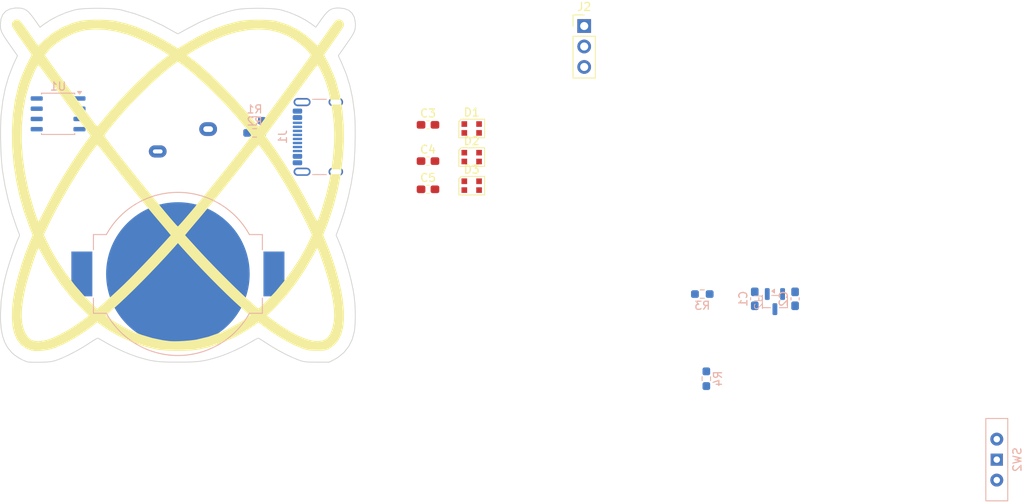
<source format=kicad_pcb>
(kicad_pcb (version 20241229) (generator "pcbnew") (generator_version "9.0")
  (layers (0 "F.Cu" signal) (2 "B.Cu" signal) (13 "F.Paste" user) (15 "B.Paste" user) (5 "F.SilkS" user "F.Silkscreen") (7 "B.SilkS" user "B.Silkscreen") (1 "F.Mask" user) (3 "B.Mask" user) (25 "Edge.Cuts" user))
  (net 0 "")
  (net 1 "GND")
  (net 2 "BAT")
  (net 3 "+5V")
  (net 4 "+3.3V")
  (net 5 "VDD")
  (net 6 "WS2812C")
  (net 7 "Net-(D1-DOUT)")
  (net 8 "Net-(D2-DOUT)")
  (net 10 "D-")
  (net 11 "Net-(J1-CC2)")
  (net 12 "D+")
  (net 13 "Net-(J1-CC1)")
  (net 16 "SWIO")
  (net 17 "DPU")
  (net 18 "KEY")
  (footprint "Library:risaju-cut" (layer "F.Cu") (at 150 113)
    (property "Reference" "G***" (hide yes))
    (property "Value" "LOGO" (hide yes))
    (fp_poly (pts (xy 20.621069 -21.926876) (xy 21.175776 -21.710432) (xy 21.590557 -21.351541) (xy 21.862868 -20.852719) (xy 21.990162 -20.216482) (xy 22 -19.950983) (xy 21.992715 -19.654443) (xy 21.961071 -19.394528) (xy 21.890385 -19.140211) (xy 21.765971 -18.860466) (xy 21.573146 -18.524266) (xy 21.297226 -18.100585) (xy 20.923526 -17.558396) (xy 20.751429 -17.312848) (xy 19.882285 -16.075695) (xy 20.304656 -15.166628) (xy 20.871491 -13.790923) (xy 21.31494 -12.357999) (xy 21.644221 -10.830959) (xy 21.868554 -9.172905) (xy 21.90792 -8.75) (xy 21.953122 -7.996944) (xy 21.976063 -7.098471) (xy 21.977912 -6.107787) (xy 21.959837 -5.078099) (xy 21.923009 -4.062613) (xy 21.868596 -3.114535) (xy 21.797767 -2.28707) (xy 21.758496 -1.95) (xy 21.475451 -0.184987) (xy 21.086529 1.611211) (xy 20.609625 3.365976) (xy 20.062635 5.006689) (xy 20.008071 5.152939) (xy 19.612353 6.203047) (xy 19.843212 6.726523) (xy 20.202783 7.611831) (xy 20.563226 8.626773) (xy 20.909623 9.719075) (xy 21.227058 10.836459) (xy 21.500611 11.92665) (xy 21.715364 12.937373) (xy 21.848241 13.752561) (xy 21.931093 14.568713) (xy 21.978494 15.445613) (xy 21.990315 16.326681) (xy 21.966425 17.155337) (xy 21.906695 17.874999) (xy 21.858463 18.204175) (xy 21.595229 19.159194) (xy 21.17006 20.008058) (xy 20.592566 20.737282) (xy 19.872356 21.333382) (xy 19.45 21.583463) (xy 18.75 21.95) (xy 17.2 21.943462) (xy 16.601532 21.939022) (xy 16.156416 21.927331) (xy 15.818007 21.902099) (xy 15.539659 21.857033) (xy 15.274726 21.785841) (xy 14.976563 21.682232) (xy 14.814809 21.621729) (xy 14.052836 21.301227) (xy 13.200142 20.887097) (xy 12.320242 20.413036) (xy 11.47665 19.912743) (xy 10.954752 19.573801) (xy 10.580096 19.326197) (xy 10.261799 19.127869) (xy 10.038498 19.002162) (xy 9.954752 18.969548) (xy 9.827693 19.019459) (xy 9.574319 19.150865) (xy 9.238586 19.340342) (xy 9.05 19.451677) (xy 8.264468 19.892472) (xy 7.398464 20.327838) (xy 6.514545 20.729199) (xy 5.675268 21.067978) (xy 5.019582 21.292779) (xy 4.344187 21.492144) (xy 3.758477 21.646589) (xy 3.219375 21.761691) (xy 2.683801 21.843024) (xy 2.108677 21.896165) (xy 1.450925 21.926689) (xy 0.667465 21.940171) (xy 0 21.942457) (xy -0.900887 21.937805) (xy -1.64499 21.920135) (xy -2.27539 21.883869) (xy -2.835164 21.823434) (xy -3.367391 21.733251) (xy -3.915151 21.607747) (xy -4.521521 21.441346) (xy -5.019583 21.292779) (xy -5.767107 21.033272) (xy -6.614667 20.685879) (xy -7.499706 20.279176) (xy -8.359667 19.84174) (xy -9.05 19.451677) (xy -9.410793 19.241619) (xy -9.711621 19.077699) (xy -9.90853 18.98334) (xy -9.954753 18.969548) (xy -10.075981 19.021584) (xy -10.322649 19.164637) (xy -10.656121 19.375362) (xy -10.954753 19.573801) (xy -11.734388 20.071221) (xy -12.587919 20.562211) (xy -13.454384 21.014536) (xy -14.272816 21.395961) (xy -14.81481 21.614771) (xy -15.184004 21.744245) (xy -15.502992 21.83367) (xy -15.828054 21.891884) (xy -16.215475 21.927726) (xy -16.721534 21.950034) (xy -17 21.957936) (xy -17.526933 21.965134) (xy -18.005877 21.959933) (xy -18.388842 21.943653) (xy -18.62784 21.917616) (xy -18.65 21.912502) (xy -19.167252 21.717222) (xy -19.729304 21.4143) (xy -20.2557 21.052016) (xy -20.615095 20.733368) (xy -21.090768 20.150025) (xy -21.458156 19.490316) (xy -21.724535 18.730268) (xy -21.897175 17.845907) (xy -21.983352 16.813261) (xy -21.996512 16.180121) (xy -21.909388 14.356852) (xy -21.636255 12.506323) (xy -21.355976 11.272439) (xy -21.165696 10.579507) (xy -20.933154 9.804578) (xy -20.675397 8.998882) (xy -20.409472 8.213646) (xy -20.152427 7.500101) (xy -19.92131 6.909473) (xy -19.843213 6.726523) (xy -19.612354 6.203047) (xy -20.008072 5.152939) (xy -20.560749 3.52673) (xy -21.045028 1.779622) (xy -21.443013 -0.01577) (xy -21.736808 -1.786826) (xy -21.758497 -1.95) (xy -21.836752 -2.701102) (xy -21.899149 -3.598224) (xy -21.94452 -4.58816) (xy -21.971696 -5.617704) (xy -21.979506 -6.63365) (xy -21.966783 -7.582791) (xy -21.932356 -8.411922) (xy -21.907921 -8.75) (xy -21.70748 -10.44511) (xy -21.40431 -12.000323) (xy -20.989193 -13.452535) (xy -20.452909 -14.838644) (xy -20.304657 -15.166628) (xy -19.882286 -16.075695) (xy -20.75143 -17.312848) (xy -21.166488 -17.908677) (xy -21.478134 -18.374113) (xy -21.701054 -18.74017) (xy -21.849932 -19.037865) (xy -21.939453 -19.298215) (xy -21.984301 -19.552235) (xy -21.999162 -19.830942) (xy -22 -19.95) (xy -21.926207 -20.636018) (xy -21.706525 -21.185475) (xy -21.343504 -21.595849) (xy -20.839691 -21.864617) (xy -20.197637 -21.989259) (xy -19.929966 -21.998355) (xy -19.472465 -21.973409) (xy -19.095329 -21.885058) (xy -18.762187 -21.709335) (xy -18.436667 -21.422272) (xy -18.0824 -20.999901) (xy -17.774659 -20.578075) (xy -17.091261 -19.607992) (xy -16.640963 -19.951713) (xy -15.826692 -20.494823) (xy -14.879333 -20.995656) (xy -13.865497 -21.422877) (xy -12.851798 -21.745151) (xy -12.8 -21.758538) (xy -12.3391 -21.841847) (xy -11.724411 -21.903361) (xy -11.000956 -21.943054) (xy -10.21376 -21.960904) (xy -9.407844 -21.956887) (xy -8.628232 -21.930978) (xy -7.919947 -21.883155) (xy -7.328012 -21.813393) (xy -7.05 -21.761577) (xy -5.332422 -21.285241) (xy -3.595224 -20.632493) (xy -1.876313 -19.818471) (xy -1.060112 -19.369865) (xy -0.661196 -19.143559) (xy -0.326245 -18.959812) (xy -0.092685 -18.838744) (xy 0 -18.8) (xy 0.109763 -18.847136) (xy 0.354735 -18.975128) (xy 0.697489 -19.163858) (xy 1.060111 -19.369865) (xy 2.756486 -20.256692) (xy 4.489545 -20.989589) (xy 6.221379 -21.55342) (xy 7.05 -21.761577) (xy 7.551542 -21.844378) (xy 8.196169 -21.905225) (xy 8.938857 -21.944144) (xy 9.734583 -21.961157) (xy 10.538325 -21.956289) (xy 11.305059 -21.929563) (xy 11.989762 -21.881004) (xy 12.547411 -21.810634) (xy 12.8 -21.758538) (xy 13.811858 -21.44262) (xy 14.827338 -21.020115) (xy 15.779829 -20.522357) (xy 16.602717 -19.980682) (xy 16.640962 -19.951713) (xy 17.09126 -19.607992) (xy 17.774658 -20.578075) (xy 18.174638 -21.118201) (xy 18.518496 -21.504953) (xy 18.842583 -21.762294) (xy 19.183247 -21.914189) (xy 19.576839 -21.984602) (xy 19.928983 -21.998355)) (stroke (width 0.1)) (fill no) (layer "Edge.Cuts"))
  )
  (footprint "LED_SMD:LED_WS2812B-2020_PLCC4_2.0x2.0mm" (layer "F.Cu") (at 186.415 109.5)
    (property "Reference" "D2" (at 0 -2 0) (layer "F.SilkS"))
    (property "Value" "WS2812B-2020")
    (fp_line (start -1.6 1.15) (end -1.6 -0.85) (stroke (width 0.12)) (layer "F.SilkS"))
    (fp_line (start -1.6 1.15) (end 1.6 1.15) (stroke (width 0.12)) (layer "F.SilkS"))
    (fp_line (start -1.3 -1.15) (end -1.6 -0.85) (stroke (width 0.12)) (layer "F.SilkS"))
    (fp_line (start -1.3 -1.15) (end 1.6 -1.15) (stroke (width 0.12)) (layer "F.SilkS"))
    (fp_line (start 1.6 -1.15) (end 1.6 1.15) (stroke (width 0.12)) (layer "F.SilkS"))
    (pad "1" smd rect (at -0.915 -0.55) (size 0.7 0.7) (layers "F.Cu" "F.Mask" "F.Paste") (net 8 "Net-(D2-DOUT)"))
    (pad "2" smd rect (at -0.915 0.55) (size 0.7 0.7) (layers "F.Cu" "F.Mask" "F.Paste") (net 1 "GND"))
    (pad "3" smd rect (at 0.915 0.55) (size 0.7 0.7) (layers "F.Cu" "F.Mask" "F.Paste") (net 7 "Net-(D1-DOUT)"))
    (pad "4" smd rect (at 0.915 -0.55) (size 0.7 0.7) (layers "F.Cu" "F.Mask" "F.Paste") (net 5 "VDD"))
  )
  (footprint "Capacitor_SMD:C_0603_1608Metric_Pad1.08x0.95mm_HandSolder" (layer "F.Cu") (at 181 110)
    (property "Reference" "C4" (at 0 -1.43 0) (layer "F.SilkS"))
    (property "Value" "100n")
    (fp_line (start -0.146267 -0.51) (end 0.146267 -0.51) (stroke (width 0.12)) (layer "F.SilkS"))
    (fp_line (start -0.146267 0.51) (end 0.146267 0.51) (stroke (width 0.12)) (layer "F.SilkS"))
    (pad "1" smd roundrect (at -0.8625 0) (size 1.075 0.95) (layers "F.Cu" "F.Mask" "F.Paste") (net 5 "VDD"))
    (pad "2" smd roundrect (at 0.8625 0) (size 1.075 0.95) (layers "F.Cu" "F.Mask" "F.Paste") (net 1 "GND"))
  )
  (footprint "LED_SMD:LED_WS2812B-2020_PLCC4_2.0x2.0mm" (layer "F.Cu") (at 186.415 105.95)
    (property "Reference" "D1" (at 0 -2 0) (layer "F.SilkS"))
    (property "Value" "WS2812B-2020")
    (fp_line (start -1.6 1.15) (end -1.6 -0.85) (stroke (width 0.12)) (layer "F.SilkS"))
    (fp_line (start -1.6 1.15) (end 1.6 1.15) (stroke (width 0.12)) (layer "F.SilkS"))
    (fp_line (start -1.3 -1.15) (end -1.6 -0.85) (stroke (width 0.12)) (layer "F.SilkS"))
    (fp_line (start -1.3 -1.15) (end 1.6 -1.15) (stroke (width 0.12)) (layer "F.SilkS"))
    (fp_line (start 1.6 -1.15) (end 1.6 1.15) (stroke (width 0.12)) (layer "F.SilkS"))
    (pad "1" smd rect (at -0.915 -0.55) (size 0.7 0.7) (layers "F.Cu" "F.Mask" "F.Paste") (net 7 "Net-(D1-DOUT)"))
    (pad "2" smd rect (at -0.915 0.55) (size 0.7 0.7) (layers "F.Cu" "F.Mask" "F.Paste") (net 1 "GND"))
    (pad "3" smd rect (at 0.915 0.55) (size 0.7 0.7) (layers "F.Cu" "F.Mask" "F.Paste") (net 6 "WS2812C"))
    (pad "4" smd rect (at 0.915 -0.55) (size 0.7 0.7) (layers "F.Cu" "F.Mask" "F.Paste") (net 5 "VDD"))
  )
  (footprint "Connector_PinHeader_2.54mm:PinHeader_1x03_P2.54mm_Vertical" (layer "F.Cu") (at 200.36 93.24)
    (property "Reference" "J2" (at 0 -2.38 0) (layer "F.SilkS"))
    (property "Value" "Conn_01x03_Pin")
    (fp_line (start -1.38 -1.38) (end 0 -1.38) (stroke (width 0.12)) (layer "F.SilkS"))
    (fp_line (start -1.38 0) (end -1.38 -1.38) (stroke (width 0.12)) (layer "F.SilkS"))
    (fp_line (start -1.38 1.27) (end -1.38 6.46) (stroke (width 0.12)) (layer "F.SilkS"))
    (fp_line (start -1.38 1.27) (end 1.38 1.27) (stroke (width 0.12)) (layer "F.SilkS"))
    (fp_line (start -1.38 6.46) (end 1.38 6.46) (stroke (width 0.12)) (layer "F.SilkS"))
    (fp_line (start 1.38 1.27) (end 1.38 6.46) (stroke (width 0.12)) (layer "F.SilkS"))
    (pad "1" thru_hole rect (at 0 0) (size 1.7 1.7) (drill 1) (layers "*.Cu" "*.Mask") (net 1 "GND"))
    (pad "2" thru_hole circle (at 0 2.54) (size 1.7 1.7) (drill 1) (layers "*.Cu" "*.Mask") (net 5 "VDD"))
    (pad "3" thru_hole circle (at 0 5.08) (size 1.7 1.7) (drill 1) (layers "*.Cu" "*.Mask") (net 16 "SWIO"))
  )
  (footprint "Library:risaju" (layer "F.Cu") (at 150 113)
    (property "Reference" "G***" (hide yes))
    (property "Value" "LOGO" (hide yes))
    (fp_poly (pts (xy -19.780732 -20.566649) (xy -19.605123 -20.445872) (xy -19.336199 -20.148312) (xy -18.974025 -19.674047) (xy -18.698358 -19.285071) (xy -18.373715 -18.818197) (xy -18.066345 -18.378093) (xy -17.805262 -18.006173) (xy -17.619481 -17.743848) (xy -17.580098 -17.689017) (xy -17.310195 -17.315806) (xy -16.630098 -17.974729) (xy -15.590774 -18.84364) (xy -14.434753 -19.552851) (xy -13.174009 -20.09577) (xy -12.3 -20.357389) (xy -11.760652 -20.453912) (xy -11.079255 -20.517519) (xy -10.311037 -20.548191) (xy -9.511227 -20.545913) (xy -8.735051 -20.510666) (xy -8.037738 -20.442434) (xy -7.55 -20.358873) (xy -6.252737 -20.025849) (xy -5.00456 -19.609704) (xy -3.764079 -19.092865) (xy -2.489903 -18.457762) (xy -1.140644 -17.686824) (xy -0.875001 -17.525148) (xy -0.000001 -16.987888) (xy 0.874999 -17.525148) (xy 2.243013 -18.323609) (xy 3.528155 -18.982929) (xy 4.771815 -19.520678) (xy 6.015383 -19.954428) (xy 7.300249 -20.301749) (xy 7.55 -20.358873) (xy 8.13738 -20.455044) (xy 8.850377 -20.518215) (xy 9.633765 -20.548403) (xy 10.432315 -20.545625) (xy 11.1908 -20.509899) (xy 11.853992 -20.441242) (xy 12.3 -20.357389) (xy 13.62266 -19.926605) (xy 14.848418 -19.325229) (xy 15.965297 -18.559848) (xy 16.630097 -17.974729) (xy 17.310194 -17.315806) (xy 17.580097 -17.689017) (xy 17.735098 -17.906722) (xy 17.974849 -18.247507) (xy 18.270335 -18.669958) (xy 18.59254 -19.132663) (xy 18.698357 -19.285071) (xy 19.119173 -19.870488) (xy 19.446782 -20.279249) (xy 19.681118 -20.511276) (xy 19.780731 -20.566649) (xy 20.116796 -20.564702) (xy 20.387132 -20.410962) (xy 20.553421 -20.151751) (xy 20.577343 -19.833387) (xy 20.524466 -19.667626) (xy 20.437322 -19.520796) (xy 20.253917 -19.239801) (xy 19.993757 -18.853563) (xy 19.676351 -18.391005) (xy 19.321205 -17.881048) (xy 19.276267 -17.81703) (xy 18.128986 -16.184059) (xy 18.71169 -15.035206) (xy 18.982478 -14.466651) (xy 19.257687 -13.83033) (xy 19.500426 -13.21442) (xy 19.639223 -12.818177) (xy 20.086033 -11.146043) (xy 20.390235 -9.357762) (xy 20.553385 -7.475815) (xy 20.577038 -5.522678) (xy 20.462752 -3.52083) (xy 20.212081 -1.492749) (xy 19.826581 0.539086) (xy 19.30781 2.552197) (xy 18.657322 4.524105) (xy 18.390487 5.221379) (xy 18.004486 6.192758) (xy 18.34268 6.982898) (xy 18.800306 8.127141) (xy 19.23248 9.3515) (xy 19.625026 10.607033) (xy 19.963768 11.844799) (xy 20.234531 13.015856) (xy 20.423139 14.071261) (xy 20.448241 14.252561) (xy 20.572199 15.552937) (xy 20.580671 16.694906) (xy 20.471893 17.684583) (xy 20.244102 18.528079) (xy 19.895533 19.231511) (xy 19.424424 19.80099) (xy 18.82901 20.242631) (xy 18.7 20.313476) (xy 18.467158 20.422219) (xy 18.236171 20.490698) (xy 17.952406 20.52712) (xy 17.56123 20.539687) (xy 17.2 20.538739) (xy 16.676758 20.526057) (xy 16.276748 20.490676) (xy 15.923434 20.419552) (xy 15.54028 20.299639) (xy 15.31312 20.217132) (xy 14.424216 19.838621) (xy 13.450978 19.341176) (xy 12.443398 18.754042) (xy 11.451465 18.106461) (xy 10.525174 17.427677) (xy 10.468311 17.38308) (xy 9.986622 17.003621) (xy 9.468311 17.393318) (xy 8.264931 18.198526) (xy 6.91701 18.922896) (xy 5.470591 19.546227) (xy 3.971717 20.048317) (xy 2.7 20.362795) (xy 2.129148 20.448332) (xy 1.413391 20.507285) (xy 0.60605 20.539654) (xy -0.239556 20.54544) (xy -1.070106 20.524642) (xy -1.832279 20.47726) (xy -2.472756 20.403294) (xy -2.7 20.362795) (xy -4.207317 19.978734) (xy -5.701034 19.456385) (xy -7.135109 18.815949) (xy -8.463497 18.077628) (xy -9.468312 17.393318) (xy -9.986623 17.003621) (xy -10.468312 17.38308) (xy -11.361234 18.043803) (xy -12.319593 18.677172) (xy -13.295564 19.255238) (xy -14.241326 19.75005) (xy -15.109056 20.133659) (xy -15.295404 20.204257) (xy -15.862033 20.371782) (xy -16.489785 20.493524) (xy -17.117647 20.562886) (xy -17.684611 20.573274) (xy -18.129665 20.518091) (xy -18.15 20.512861) (xy -18.867267 20.227858) (xy -19.459572 19.788725) (xy -19.92707 19.195038) (xy -20.269919 18.446374) (xy -20.488272 17.542309) (xy -20.582286 16.482418) (xy -20.576825 16.262303) (xy -19.358708 16.262303) (xy -19.289358 17.106718) (xy -19.114372 17.835608) (xy -18.923447 18.295532) (xy -18.620163 18.779516) (xy -18.259415 19.11146) (xy -17.819534 19.297797) (xy -17.278854 19.344958) (xy -16.615704 19.259377) (xy -16.10085 19.133422) (xy -15.475631 18.91214) (xy -14.740939 18.573047) (xy -13.932221 18.136164) (xy -13.084926 17.621512) (xy -12.234502 17.049112) (xy -11.648271 16.618654) (xy -11.046542 16.159822) (xy -11.061737 16.145234) (xy -8.917047 16.145234) (xy -8.633524 16.376594) (xy -8.282052 16.632643) (xy -7.797999 16.943049) (xy -7.230705 17.27908) (xy -6.629509 17.612002) (xy -6.043754 17.913081) (xy -5.774167 18.041738) (xy -4.526012 18.543667) (xy -3.189827 18.946125) (xy -1.845495 19.227463) (xy -1 19.3356) (xy -0.525626 19.355449) (xy 0.080606 19.346566) (xy 0.753235 19.312855) (xy 1.4268 19.258222) (xy 2.03584 19.186572) (xy 2.35 19.13575) (xy 3.81118 18.780193) (xy 5.250203 18.270717) (xy 5.774166 18.041738) (xy 6.333956 17.767114) (xy 6.93366 17.446396) (xy 7.523937 17.108315) (xy 8.055447 16.781607) (xy 8.478849 16.495005) (xy 8.633523 16.376594) (xy 8.892126 16.165569) (xy 11.040555 16.165569) (xy 11.765176 16.704581) (xy 12.89114 17.497531) (xy 13.949317 18.152876) (xy 14.931369 18.667449) (xy 15.828959 19.038085) (xy 16.633748 19.261616) (xy 17.3374 19.334878) (xy 17.931576 19.254702) (xy 18.200236 19.148413) (xy 18.606307 18.828988) (xy 18.930955 18.327439) (xy 19.174308 17.643511) (xy 19.311586 16.957916) (xy 19.366124 16.161567) (xy 19.319413 15.212965) (xy 19.174593 14.130453) (xy 18.934807 12.932372) (xy 18.603196 11.637064) (xy 18.182902 10.26287) (xy 18.145516 10.15) (xy 17.955404 9.585321) (xy 17.774193 9.058077) (xy 17.61658 8.61023) (xy 17.497263 8.283747) (xy 17.447995 8.158369) (xy 17.283418 7.766738) (xy 16.857433 8.563998) (xy 15.759556 10.46925) (xy 14.588463 12.215298) (xy 13.352335 13.790975) (xy 12.059355 15.185115) (xy 11.873647 15.365767) (xy 11.040555 16.165569) (xy 8.892126 16.165569) (xy 8.917046 16.145234) (xy 7.764149 15.121151) (xy 6.954744 14.382125) (xy 6.047397 13.518483) (xy 5.071364 12.559953) (xy 4.055896 11.536264) (xy 3.030246 10.477143) (xy 2.023668 9.412318) (xy 1.065416 8.371517) (xy 0.475 7.713709) (xy 0 7.178369) (xy -0.475 7.713709) (xy -1.385462 8.722461) (xy -2.36351 9.77481) (xy -3.379892 10.84103) (xy -4.405353 11.891392) (xy -5.410641 12.896168) (xy -6.366504 13.825631) (xy -7.243687 14.650052) (xy -7.76415 15.121151) (xy -8.917047 16.145234) (xy -11.061737 16.145234) (xy -11.876641 15.362894) (xy -13.171348 14.001169) (xy -14.41164 12.456499) (xy -15.588918 10.74062) (xy -16.694585 8.865266) (xy -16.857434 8.563998) (xy -17.283419 7.766738) (xy -17.447996 8.158369) (xy -17.622295 8.607819) (xy -17.831691 9.201842) (xy -18.060849 9.891476) (xy -18.29443 10.627757) (xy -18.5171 11.361721) (xy -18.713521 12.044406) (xy -18.868357 12.626849) (xy -18.933189 12.9) (xy -19.180599 14.172534) (xy -19.322447 15.288772) (xy -19.358708 16.262303) (xy -20.576825 16.262303) (xy -20.552116 15.266279) (xy -20.448242 14.252561) (xy -20.27664 13.22433) (xy -20.020223 12.071257) (xy -19.693165 10.842285) (xy -19.309641 9.586356) (xy -18.883827 8.352411) (xy -18.429899 7.189392) (xy -18.342681 6.982898) (xy -18.004487 6.192758) (xy -18.024438 6.142552) (xy -16.609995 6.142552) (xy -16.289428 6.846276) (xy -15.592949 8.22533) (xy -14.750646 9.642487) (xy -13.79686 11.049013) (xy -12.765934 12.396177) (xy -11.692209 13.635244) (xy -11.010993 14.336706) (xy -10.004185 15.323413) (xy -9.387147 14.788864) (xy -9.106302 14.54089) (xy -8.717961 14.19152) (xy -8.260792 13.775873) (xy -7.773465 13.329065) (xy -7.410055 12.993351) (xy -6.744057 12.359987) (xy -5.975243 11.601364) (xy -5.130097 10.744804) (xy -4.235103 9.81763) (xy -3.316744 8.847166) (xy -2.401506 7.860733) (xy -1.865109 7.27283) (xy -0.888901 6.19566) (xy -0.891074 6.192973) (xy 0.891003 6.192973) (xy 2.270501 7.716413) (xy 2.989168 8.497395) (xy 3.784805 9.339919) (xy 4.628486 10.214876) (xy 5.491284 11.093152) (xy 6.344273 11.945639) (xy 7.158528 12.743224) (xy 7.905122 13.456796) (xy 8.555129 14.057244) (xy 8.7 14.187025) (xy 9.116342 14.555244) (xy 9.478642 14.872022) (xy 9.761518 15.115462) (xy 9.939593 15.263667) (xy 9.989007 15.299153) (xy 10.070523 15.233372) (xy 10.267454 15.052218) (xy 10.553005 14.780939) (xy 10.900375 14.444786) (xy 11.022908 14.325) (xy 12.095561 13.189562) (xy 13.149497 11.914133) (xy 14.150191 10.547738) (xy 15.063118 9.139404) (xy 15.853756 7.738156) (xy 16.289427 6.846276) (xy 16.609994 6.142552) (xy 16.020128 4.896276) (xy 15.47247 3.788067) (xy 14.83129 2.573033) (xy 14.125759 1.30229) (xy 13.38505 0.026958) (xy 12.638332 -1.201847) (xy 11.914779 -2.333005) (xy 11.770751 -2.55) (xy 11.440034 -3.038159) (xy 11.101364 -3.526586) (xy 10.77489 -3.987487) (xy 10.480761 -4.393065) (xy 10.239126 -4.715524) (xy 10.070132 -4.927067) (xy 9.994803 -5) (xy 9.916999 -4.924598) (xy 9.738056 -4.71487) (xy 9.478097 -4.395538) (xy 9.157246 -3.991323) (xy 8.795624 -3.526944) (xy 8.794124 -3.525) (xy 8.15071 -2.697843) (xy 7.429891 -1.782384) (xy 6.658059 -0.811359) (xy 5.861602 0.182499) (xy 5.06691 1.166458) (xy 4.300375 2.107784) (xy 3.588386 2.973742) (xy 2.957332 3.731601) (xy 2.656605 4.087789) (xy 2.242156 4.576234) (xy 1.858119 5.030078) (xy 1.528618 5.420712) (xy 1.277781 5.719527) (xy 1.129733 5.897915) (xy 1.120501 5.909276) (xy 0.891003 6.192973) (xy -0.891074 6.192973) (xy -1.119451 5.91062) (xy -1.254654 5.747267) (xy -1.495362 5.460272) (xy -1.817425 5.078271) (xy -2.196693 4.629904) (xy -2.609016 4.143808) (xy -2.656606 4.087789) (xy -3.232375 3.40271) (xy -3.903478 2.591671) (xy -4.643525 1.687407) (xy -5.426126 0.722651) (xy -6.224891 -0.269864) (xy -7.01343 -1.257405) (xy -7.765353 -2.207237) (xy -8.454269 -3.086628) (xy -8.794125 -3.525001) (xy -9.155869 -3.98957) (xy -9.476924 -4.394075) (xy -9.737166 -4.713796) (xy -9.916473 -4.92401) (xy -9.994721 -4.999999) (xy -9.994804 -5.000001) (xy -10.074581 -4.921864) (xy -10.246446 -4.705986) (xy -10.490251 -4.380161) (xy -10.785847 -3.972187) (xy -11.113085 -3.509859) (xy -11.451816 -3.020973) (xy -11.770752 -2.55) (xy -12.485877 -1.445407) (xy -13.230197 -0.232599) (xy -13.974541 1.037305) (xy -14.689737 2.313188) (xy -15.346614 3.543932) (xy -15.915999 4.678419) (xy -16.020129 4.896276) (xy -16.609995 6.142552) (xy -18.024438 6.142552) (xy -18.390488 5.221379) (xy -19.088134 3.269863) (xy -19.654627 1.269031) (xy -20.088409 -0.758638) (xy -20.387924 -2.790666) (xy -20.551616 -4.804575) (xy -20.560379 -5.46169) (xy -19.354854 -5.46169) (xy -19.222026 -3.478329) (xy -18.937933 -1.442075) (xy -18.502441 0.633927) (xy -17.926861 2.7) (xy -17.771821 3.186413) (xy -17.623464 3.635361) (xy -17.499673 3.993674) (xy -17.424473 4.193691) (xy -17.281697 4.537383) (xy -16.358897 2.743691) (xy -16.029692 2.110955) (xy -15.6849 1.460624) (xy -15.351799 0.84331) (xy -15.05767 0.309628) (xy -14.853676 -0.049028) (xy -14.172764 -1.188811) (xy -13.450823 -2.34634) (xy -12.719773 -3.472461) (xy -12.011539 -4.518023) (xy -11.358042 -5.433872) (xy -11.344862 -5.45173) (xy -10.826547 -6.153459) (xy -10.830493 -6.158796) (xy -9.1 -6.158796) (xy -9.038514 -6.041672) (xy -8.862226 -5.786731) (xy -8.583391 -5.409135) (xy -8.214264 -4.924048) (xy -7.7671 -4.34663) (xy -7.254154 -3.692045) (xy -6.687682 -2.975455) (xy -6.079938 -2.212022) (xy -5.443177 -1.416908) (xy -4.789655 -0.605276) (xy -4.131626 0.207711) (xy -3.481347 1.006892) (xy -2.851071 1.777103) (xy -2.253054 2.503184) (xy -1.69955 3.169971) (xy -1.202816 3.762301) (xy -0.775106 4.265013) (xy -0.428675 4.662945) (xy -0.175779 4.940933) (xy -0.028672 5.083816) (xy 0 5.1) (xy 0.082235 5.026825) (xy 0.273715 4.821592) (xy 0.555467 4.505734) (xy 0.908518 4.100687) (xy 1.313896 3.627886) (xy 1.560931 3.336492) (xy 2.084151 2.712232) (xy 2.657597 2.01989) (xy 3.268977 1.274946) (xy 3.905999 0.492881) (xy 4.556372 -0.310824) (xy 5.207805 -1.120688) (xy 5.848006 -1.921232) (xy 6.464683 -2.696972) (xy 7.045546 -3.43243) (xy 7.578302 -4.112124) (xy 8.050661 -4.720573) (xy 8.45033 -5.242296) (xy 8.765019 -5.661813) (xy 8.982435 -5.963642) (xy 9.090287 -6.132304) (xy 9.098043 -6.153459) (xy 10.826546 -6.153459) (xy 11.344861 -5.45173) (xy 12.248812 -4.177134) (xy 13.184786 -2.763695) (xy 14.121822 -1.262398) (xy 15.028962 0.275775) (xy 15.875249 1.799841) (xy 16.60976 3.218573) (xy 16.839425 3.668947) (xy 17.04151 4.042845) (xy 17.198499 4.309534) (xy 17.292873 4.438276) (xy 17.308562 4.444708) (xy 17.361537 4.339309) (xy 17.461634 4.077343) (xy 17.596561 3.693213) (xy 17.754027 3.221322) (xy 17.833244 2.976134) (xy 18.337579 1.278787) (xy 18.730255 -0.328129) (xy 19.023618 -1.9111) (xy 19.230011 -3.536612) (xy 19.360624 -5.25) (xy 19.378246 -6.425001) (xy 19.314516 -7.694186) (xy 19.177059 -8.999267) (xy 18.973502 -10.281956) (xy 18.711472 -11.483967) (xy 18.410314 -12.512812) (xy 18.245324 -12.965539) (xy 18.053872 -13.441687) (xy 17.852904 -13.904699) (xy 17.65937 -14.318022) (xy 17.490216 -14.645097) (xy 17.362389 -14.849372) (xy 17.303585 -14.9) (xy 17.224613 -14.82229) (xy 17.047127 -14.604325) (xy 16.788497 -14.268855) (xy 16.466096 -13.838629) (xy 16.097296 -13.336397) (xy 15.871806 -13.025) (xy 15.440837 -12.429274) (xy 14.922992 -11.717351) (xy 14.35069 -10.933563) (xy 13.756349 -10.12224) (xy 13.172388 -9.327713) (xy 12.673688 -8.65173) (xy 10.826546 -6.153459) (xy 9.098043 -6.153459) (xy 9.1 -6.158796) (xy 9.03454 -6.290921) (xy 8.84475 -6.558957) (xy 8.540508 -6.950533) (xy 8.131696 -7.453278) (xy 7.628193 -8.054823) (xy 7.03988 -8.742796) (xy 6.99048 -8.8) (xy 6.294271 -9.580385) (xy 5.523049 -10.400692) (xy 4.703257 -11.235845) (xy 3.861341 -12.060767) (xy 3.023744 -12.850379) (xy 2.216913 -13.579605) (xy 1.46729 -14.223367) (xy 0.801321 -14.756587) (xy 0.39917 -15.050575) (xy 0 -15.327201) (xy -0.399171 -15.050575) (xy -0.990868 -14.609632) (xy -1.684725 -14.040596) (xy -2.454298 -13.368546) (xy -3.273142 -12.61856) (xy -4.114812 -11.815715) (xy -4.952865 -10.985088) (xy -5.760855 -10.151757) (xy -6.512338 -9.3408) (xy -6.990481 -8.8) (xy -7.585024 -8.105777) (xy -8.09553 -7.497012) (xy -8.51212 -6.986078) (xy -8.824913 -6.585343) (xy -9.02403 -6.307179) (xy -9.099589 -6.163956) (xy -9.1 -6.158796) (xy -10.830493 -6.158796) (xy -12.673689 -8.65173) (xy -13.219633 -9.391885) (xy -13.805687 -10.189491) (xy -14.399433 -11.000216) (xy -14.968452 -11.77973) (xy -15.480325 -12.483703) (xy -15.871807 -13.025) (xy -16.259363 -13.558236) (xy -16.610473 -14.0325) (xy -16.907764 -14.425041) (xy -17.133865 -14.713111) (xy -17.271404 -14.873961) (xy -17.303586 -14.9) (xy -17.380251 -14.81593) (xy -17.515384 -14.591566) (xy -17.684671 -14.268677) (xy -17.75473 -14.125001) (xy -18.376208 -12.60329) (xy -18.847094 -10.962957) (xy -19.167254 -9.21715) (xy -19.336552 -7.379012) (xy -19.354854 -5.46169) (xy -20.560379 -5.46169) (xy -20.57793 -6.777886) (xy -20.46531 -8.688121) (xy -20.212198 -10.512802) (xy -19.81704 -12.22945) (xy -19.639224 -12.818177) (xy -19.44517 -13.360708) (xy -19.190921 -13.989919) (xy -18.913367 -14.617638) (xy -18.711691 -15.035206) (xy -18.153526 -16.135678) (xy -16.482966 -16.135678) (xy -15.376609 -14.592839) (xy -14.91581 -13.953349) (xy -14.344252 -13.165453) (xy -13.670679 -12.241115) (xy -12.903834 -11.1923) (xy -12.052464 -10.030973) (xy -11.125311 -8.769097) (xy -10.385426 -7.763835) (xy -10.193252 -7.519886) (xy -10.045519 -7.363159) (xy -9.987857 -7.329209) (xy -9.903875 -7.41072) (xy -9.722264 -7.61665) (xy -9.47034 -7.915252) (xy -9.195511 -8.25) (xy -8.325478 -9.28849) (xy -7.389399 -10.344655) (xy -6.41213 -11.393831) (xy -5.41853 -12.411353) (xy -4.433456 -13.372559) (xy -3.481766 -14.252782) (xy -2.588318 -15.02736) (xy -1.777968 -15.671629) (xy -1.538211 -15.84772) (xy -1.126421 -16.143089) (xy 1.12642 -16.143089) (xy 1.53821 -15.847888) (xy 2.261806 -15.292953) (xy 3.079286 -14.603141) (xy 3.965123 -13.804018) (xy 4.893789 -12.921148) (xy 5.839758 -11.980095) (xy 6.777502 -11.006423) (xy 7.681494 -10.025698) (xy 8.526208 -9.063482) (xy 9.286117 -8.145342) (xy 9.499437 -7.875) (xy 9.72366 -7.596023) (xy 9.900127 -7.392851) (xy 9.99443 -7.304847) (xy 9.998682 -7.303901) (xy 10.081001 -7.379921) (xy 10.240127 -7.572211) (xy 10.385425 -7.763526) (xy 11.444615 -9.203642) (xy 12.388221 -10.488841) (xy 13.220206 -11.624544) (xy 13.944532 -12.616174) (xy 14.565163 -13.469153) (xy 15.086061 -14.188902) (xy 15.376608 -14.592839) (xy 16.482965 -16.135678) (xy 16.216482 -16.485764) (xy 15.821104 -16.92479) (xy 15.293448 -17.396124) (xy 14.687132 -17.858302) (xy 14.055775 -18.26986) (xy 13.563632 -18.537258) (xy 12.443636 -18.982903) (xy 11.273384 -19.252881) (xy 10.043073 -19.347384) (xy 8.742898 -19.266605) (xy 7.363055 -19.010734) (xy 6.2 -18.68164) (xy 5.556986 -18.448313) (xy 4.804503 -18.133533) (xy 4.000692 -17.76497) (xy 3.20369 -17.370291) (xy 2.471639 -16.977167) (xy 1.88821 -16.629641) (xy 1.12642 -16.143089) (xy -1.126421 -16.143089) (xy -1.888211 -16.629641) (xy -2.504404 -16.995575) (xy -3.240898 -17.389406) (xy -4.039553 -17.783463) (xy -4.84223 -18.150079) (xy -5.59079 -18.461583) (xy -6.2 -18.68164) (xy -7.602754 -19.061501) (xy -8.952618 -19.282601) (xy -10.231387 -19.343396) (xy -11.420853 -19.242345) (xy -11.85 -19.160216) (xy -12.682763 -18.908178) (xy -13.543411 -18.530951) (xy -14.384308 -18.05771) (xy -15.157817 -17.517634) (xy -15.816301 -16.9399) (xy -16.216483 -16.485764) (xy -16.482966 -16.135678) (xy -18.153526 -16.135678) (xy -18.128987 -16.184059) (xy -19.276268 -17.81703) (xy -19.634681 -18.330787) (xy -19.957733 -18.800673) (xy -20.225916 -19.197764) (xy -20.419724 -19.493139) (xy -20.519648 -19.657875) (xy -20.524467 -19.667626) (xy -20.585487 -19.998151) (xy -20.48511 -20.292529) (xy -20.261655 -20.504437) (xy -19.953443 -20.587557)) (fill yes) (layer "F.SilkS"))
  )
  (footprint "LED_SMD:LED_WS2812B-2020_PLCC4_2.0x2.0mm" (layer "F.Cu") (at 186.415 113.05)
    (property "Reference" "D3" (at 0 -2 0) (layer "F.SilkS"))
    (property "Value" "WS2812B-2020")
    (fp_line (start -1.6 1.15) (end -1.6 -0.85) (stroke (width 0.12)) (layer "F.SilkS"))
    (fp_line (start -1.6 1.15) (end 1.6 1.15) (stroke (width 0.12)) (layer "F.SilkS"))
    (fp_line (start -1.3 -1.15) (end -1.6 -0.85) (stroke (width 0.12)) (layer "F.SilkS"))
    (fp_line (start -1.3 -1.15) (end 1.6 -1.15) (stroke (width 0.12)) (layer "F.SilkS"))
    (fp_line (start 1.6 -1.15) (end 1.6 1.15) (stroke (width 0.12)) (layer "F.SilkS"))
    (pad "1" smd rect (at -0.915 -0.55) (size 0.7 0.7) (layers "F.Cu" "F.Mask" "F.Paste"))
    (pad "2" smd rect (at -0.915 0.55) (size 0.7 0.7) (layers "F.Cu" "F.Mask" "F.Paste") (net 1 "GND"))
    (pad "3" smd rect (at 0.915 0.55) (size 0.7 0.7) (layers "F.Cu" "F.Mask" "F.Paste") (net 8 "Net-(D2-DOUT)"))
    (pad "4" smd rect (at 0.915 -0.55) (size 0.7 0.7) (layers "F.Cu" "F.Mask" "F.Paste") (net 5 "VDD"))
  )
  (footprint "Library:CherryMX_Red" (layer "F.Cu") (at 150 103.5 180)
    (property "Reference" "SW1" (hide yes))
    (property "Value" "SW_Push" (hide yes))
    (pad "" np_thru_hole circle (at -4.99 0 180) (size 1.75 1.75) (drill 1.75) (layers "*.Cu" "*.Mask"))
    (pad "" np_thru_hole circle (at 0 0 180) (size 4 4) (drill 4) (layers "*.Cu" "*.Mask"))
    (pad "" np_thru_hole circle (at 4.99 0 180) (size 1.75 1.75) (drill 1.75) (layers "*.Cu" "*.Mask"))
    (pad "1" thru_hole oval (at -3.75 -2.53 180) (size 2.2 1.7) (drill oval 1.2 0.7) (layers "*.Cu" "*.Mask") (net 5 "VDD"))
    (pad "2" thru_hole oval (at 2.5 -5.3 180) (size 2.2 1.5) (drill oval 1.2 0.5) (layers "*.Cu" "*.Mask") (net 18 "KEY"))
  )
  (footprint "Capacitor_SMD:C_0603_1608Metric_Pad1.08x0.95mm_HandSolder" (layer "F.Cu") (at 181 113.5)
    (property "Reference" "C5" (at 0 -1.43 0) (layer "F.SilkS"))
    (property "Value" "100n")
    (fp_line (start -0.146267 -0.51) (end 0.146267 -0.51) (stroke (width 0.12)) (layer "F.SilkS"))
    (fp_line (start -0.146267 0.51) (end 0.146267 0.51) (stroke (width 0.12)) (layer "F.SilkS"))
    (pad "1" smd roundrect (at -0.8625 0) (size 1.075 0.95) (layers "F.Cu" "F.Mask" "F.Paste") (net 5 "VDD"))
    (pad "2" smd roundrect (at 0.8625 0) (size 1.075 0.95) (layers "F.Cu" "F.Mask" "F.Paste") (net 1 "GND"))
  )
  (footprint "Capacitor_SMD:C_0603_1608Metric_Pad1.08x0.95mm_HandSolder" (layer "F.Cu") (at 181 105.5)
    (property "Reference" "C3" (at 0 -1.43 0) (layer "F.SilkS"))
    (property "Value" "100n")
    (fp_line (start -0.146267 -0.51) (end 0.146267 -0.51) (stroke (width 0.12)) (layer "F.SilkS"))
    (fp_line (start -0.146267 0.51) (end 0.146267 0.51) (stroke (width 0.12)) (layer "F.SilkS"))
    (pad "1" smd roundrect (at -0.8625 0) (size 1.075 0.95) (layers "F.Cu" "F.Mask" "F.Paste") (net 5 "VDD"))
    (pad "2" smd roundrect (at 0.8625 0) (size 1.075 0.95) (layers "F.Cu" "F.Mask" "F.Paste") (net 1 "GND"))
  )
  (footprint "Package_SO:JEITA_SOIC-8_3.9x4.9mm_P1.27mm" (layer "B.Cu") (at 135.15 104.135 180)
    (property "Reference" "U1" (at 0 3.4 0) (layer "B.SilkS") (effects (justify mirror)))
    (property "Value" "CH32V003JxMx")
    (fp_line (start 2.06 2.56) (end 2.06 2.44) (stroke (width 0.12)) (layer "B.SilkS"))
    (fp_line (start 2.06 -2.44) (end 2.06 -2.56) (stroke (width 0.12)) (layer "B.SilkS"))
    (fp_line (start 2.06 -2.56) (end -2.06 -2.56) (stroke (width 0.12)) (layer "B.SilkS"))
    (fp_line (start -2.06 2.56) (end 2.06 2.56) (stroke (width 0.12)) (layer "B.SilkS"))
    (fp_line (start -2.06 2.44) (end -2.06 2.56) (stroke (width 0.12)) (layer "B.SilkS"))
    (fp_line (start -2.06 -2.56) (end -2.06 -2.44) (stroke (width 0.12)) (layer "B.SilkS"))
    (fp_poly (pts (xy -2.66 2.45) (xy -2.9 2.78) (xy -2.42 2.78)) (stroke (width 0.12)) (fill yes) (layer "B.SilkS"))
    (pad "1" smd roundrect (at -2.65 1.905 180) (size 1.5 0.55) (layers "B.Cu" "B.Mask" "B.Paste") (net 18 "KEY"))
    (pad "2" smd roundrect (at -2.65 0.635 180) (size 1.5 0.55) (layers "B.Cu" "B.Mask" "B.Paste") (net 1 "GND"))
    (pad "3" smd roundrect (at -2.65 -0.635 180) (size 1.5 0.55) (layers "B.Cu" "B.Mask" "B.Paste") (net 6 "WS2812C"))
    (pad "4" smd roundrect (at -2.65 -1.905 180) (size 1.5 0.55) (layers "B.Cu" "B.Mask" "B.Paste") (net 5 "VDD"))
    (pad "5" smd roundrect (at 2.65 -1.905 180) (size 1.5 0.55) (layers "B.Cu" "B.Mask" "B.Paste") (net 17 "DPU"))
    (pad "6" smd roundrect (at 2.65 -0.635 180) (size 1.5 0.55) (layers "B.Cu" "B.Mask" "B.Paste") (net 10 "D-"))
    (pad "7" smd roundrect (at 2.65 0.635 180) (size 1.5 0.55) (layers "B.Cu" "B.Mask" "B.Paste") (net 12 "D+"))
    (pad "8" smd roundrect (at 2.65 1.905 180) (size 1.5 0.55) (layers "B.Cu" "B.Mask" "B.Paste") (net 16 "SWIO"))
  )
  (footprint "Resistor_SMD:R_0603_1608Metric_Pad0.98x0.95mm_HandSolder" (layer "B.Cu") (at 215 126.5)
    (property "Reference" "R3" (at 0 1.43 0) (layer "B.SilkS") (effects (justify mirror)))
    (property "Value" "1.5K")
    (fp_line (start -0.254724 -0.5225) (end 0.254724 -0.5225) (stroke (width 0.12)) (layer "B.SilkS"))
    (fp_line (start -0.254724 0.5225) (end 0.254724 0.5225) (stroke (width 0.12)) (layer "B.SilkS"))
    (pad "1" smd roundrect (at -0.9125 0) (size 0.975 0.95) (layers "B.Cu" "B.Mask" "B.Paste") (net 17 "DPU"))
    (pad "2" smd roundrect (at 0.9125 0) (size 0.975 0.95) (layers "B.Cu" "B.Mask" "B.Paste") (net 10 "D-"))
  )
  (footprint "Connector_USB:USB_C_Receptacle_GCT_USB4105-xx-A_16P_TopMnt_Horizontal" (layer "B.Cu") (at 168.5 107 -90)
    (property "Reference" "J1" (at 0 5.5 90) (layer "B.SilkS") (effects (justify mirror)))
    (property "Value" "USB_C_Receptacle_USB2.0_16P")
    (fp_line (start -4.67 0.1) (end -4.67 1.8) (stroke (width 0.12)) (layer "B.SilkS"))
    (fp_line (start 4.67 0.1) (end 4.67 1.8) (stroke (width 0.12)) (layer "B.SilkS"))
    (pad "" np_thru_hole circle (at -2.89 2.605 270) (size 0.65 0.65) (drill 0.65) (layers "*.Cu" "*.Mask"))
    (pad "" np_thru_hole circle (at 2.89 2.605 270) (size 0.65 0.65) (drill 0.65) (layers "*.Cu" "*.Mask"))
    (pad "A1" smd roundrect (at -3.2 3.68 270) (size 0.6 1.15) (layers "B.Cu" "B.Mask" "B.Paste") (net 1 "GND"))
    (pad "A4" smd roundrect (at -2.4 3.68 270) (size 0.6 1.15) (layers "B.Cu" "B.Mask" "B.Paste") (net 3 "+5V"))
    (pad "A5" smd roundrect (at -1.25 3.68 270) (size 0.3 1.15) (layers "B.Cu" "B.Mask" "B.Paste") (net 13 "Net-(J1-CC1)"))
    (pad "A6" smd roundrect (at -0.25 3.68 270) (size 0.3 1.15) (layers "B.Cu" "B.Mask" "B.Paste") (net 12 "D+"))
    (pad "A7" smd roundrect (at 0.25 3.68 270) (size 0.3 1.15) (layers "B.Cu" "B.Mask" "B.Paste") (net 10 "D-"))
    (pad "A8" smd roundrect (at 1.25 3.68 270) (size 0.3 1.15) (layers "B.Cu" "B.Mask" "B.Paste"))
    (pad "A9" smd roundrect (at 2.4 3.68 270) (size 0.6 1.15) (layers "B.Cu" "B.Mask" "B.Paste") (net 3 "+5V"))
    (pad "A12" smd roundrect (at 3.2 3.68 270) (size 0.6 1.15) (layers "B.Cu" "B.Mask" "B.Paste") (net 1 "GND"))
    (pad "B1" smd roundrect (at 3.2 3.68 270) (size 0.6 1.15) (layers "B.Cu" "B.Mask" "B.Paste") (net 1 "GND"))
    (pad "B4" smd roundrect (at 2.4 3.68 270) (size 0.6 1.15) (layers "B.Cu" "B.Mask" "B.Paste") (net 3 "+5V"))
    (pad "B5" smd roundrect (at 1.75 3.68 270) (size 0.3 1.15) (layers "B.Cu" "B.Mask" "B.Paste") (net 11 "Net-(J1-CC2)"))
    (pad "B6" smd roundrect (at 0.75 3.68 270) (size 0.3 1.15) (layers "B.Cu" "B.Mask" "B.Paste") (net 12 "D+"))
    (pad "B7" smd roundrect (at -0.75 3.68 270) (size 0.3 1.15) (layers "B.Cu" "B.Mask" "B.Paste") (net 10 "D-"))
    (pad "B8" smd roundrect (at -1.75 3.68 270) (size 0.3 1.15) (layers "B.Cu" "B.Mask" "B.Paste"))
    (pad "B9" smd roundrect (at -2.4 3.68 270) (size 0.6 1.15) (layers "B.Cu" "B.Mask" "B.Paste") (net 3 "+5V"))
    (pad "B12" smd roundrect (at -3.2 3.68 270) (size 0.6 1.15) (layers "B.Cu" "B.Mask" "B.Paste") (net 1 "GND"))
    (pad "S1" thru_hole oval (at -4.32 -1.075 270) (size 1 1.8) (drill oval 0.6 1.4) (property pad_prop_heatsink) (layers "*.Cu" "*.Mask" "B.Paste") (net 1 "GND"))
    (pad "S1" thru_hole oval (at -4.32 3.105 270) (size 1 2.1) (drill oval 0.6 1.7) (property pad_prop_heatsink) (layers "*.Cu" "*.Mask" "B.Paste") (net 1 "GND"))
    (pad "S1" thru_hole oval (at 4.32 -1.075 270) (size 1 1.8) (drill oval 0.6 1.4) (property pad_prop_heatsink) (layers "*.Cu" "*.Mask" "B.Paste") (net 1 "GND"))
    (pad "S1" thru_hole oval (at 4.32 3.105 270) (size 1 2.1) (drill oval 0.6 1.7) (property pad_prop_heatsink) (layers "*.Cu" "*.Mask" "B.Paste") (net 1 "GND"))
  )
  (footprint "Capacitor_SMD:C_0603_1608Metric_Pad1.08x0.95mm_HandSolder" (layer "B.Cu") (at 221.5 127.0875 -90)
    (property "Reference" "C1" (at 0 1.43 90) (layer "B.SilkS") (effects (justify mirror)))
    (property "Value" "1u")
    (fp_line (start -0.146267 0.51) (end 0.146267 0.51) (stroke (width 0.12)) (layer "B.SilkS"))
    (fp_line (start -0.146267 -0.51) (end 0.146267 -0.51) (stroke (width 0.12)) (layer "B.SilkS"))
    (pad "1" smd roundrect (at -0.8625 0 270) (size 1.075 0.95) (layers "B.Cu" "B.Mask" "B.Paste") (net 3 "+5V"))
    (pad "2" smd roundrect (at 0.8625 0 270) (size 1.075 0.95) (layers "B.Cu" "B.Mask" "B.Paste") (net 1 "GND"))
  )
  (footprint "Resistor_SMD:R_0603_1608Metric_Pad0.98x0.95mm_HandSolder" (layer "B.Cu") (at 159.5 106.5 180)
    (property "Reference" "R2" (at 0 1.43 0) (layer "B.SilkS") (effects (justify mirror)))
    (property "Value" "5.1K")
    (fp_line (start -0.254724 0.5225) (end 0.254724 0.5225) (stroke (width 0.12)) (layer "B.SilkS"))
    (fp_line (start -0.254724 -0.5225) (end 0.254724 -0.5225) (stroke (width 0.12)) (layer "B.SilkS"))
    (pad "1" smd roundrect (at -0.9125 0 180) (size 0.975 0.95) (layers "B.Cu" "B.Mask" "B.Paste") (net 11 "Net-(J1-CC2)"))
    (pad "2" smd roundrect (at 0.9125 0 180) (size 0.975 0.95) (layers "B.Cu" "B.Mask" "B.Paste") (net 1 "GND"))
  )
  (footprint "Resistor_SMD:R_0603_1608Metric_Pad0.98x0.95mm_HandSolder" (layer "B.Cu") (at 215.5 137 90)
    (property "Reference" "R4" (at 0 1.43 90) (layer "B.SilkS") (effects (justify mirror)))
    (property "Value" "10k")
    (fp_line (start -0.254724 -0.5225) (end 0.254724 -0.5225) (stroke (width 0.12)) (layer "B.SilkS"))
    (fp_line (start -0.254724 0.5225) (end 0.254724 0.5225) (stroke (width 0.12)) (layer "B.SilkS"))
    (pad "1" smd roundrect (at -0.9125 0 90) (size 0.975 0.95) (layers "B.Cu" "B.Mask" "B.Paste") (net 1 "GND"))
    (pad "2" smd roundrect (at 0.9125 0 90) (size 0.975 0.95) (layers "B.Cu" "B.Mask" "B.Paste") (net 18 "KEY"))
  )
  (footprint "Button_Switch_THT:SW_Slide-03_Wuerth-WS-SLTV_10x2.5x6.4_P2.54mm" (layer "B.Cu") (at 251.5 147.04 90)
    (property "Reference" "SW2" (at 0 2.54 90) (layer "B.SilkS") (effects (justify mirror)))
    (property "Value" "SW_SPDT")
    (fp_rect (start -5.11 1.36) (end 5.11 -1.36) (stroke (width 0.12)) (fill no) (layer "B.SilkS"))
    (pad "1" thru_hole rect (at 0 0 90) (size 1.5 1.5) (drill 0.8) (layers "*.Cu" "*.Mask") (net 4 "+3.3V"))
    (pad "2" thru_hole circle (at -2.54 0 90) (size 1.6 1.6) (drill 0.8) (layers "*.Cu" "*.Mask") (net 5 "VDD"))
    (pad "3" thru_hole circle (at 2.54 0 90) (size 1.6 1.6) (drill 0.8) (layers "*.Cu" "*.Mask") (net 2 "BAT"))
  )
  (footprint "Resistor_SMD:R_0603_1608Metric_Pad0.98x0.95mm_HandSolder" (layer "B.Cu") (at 159.5 105 180)
    (property "Reference" "R1" (at 0 1.43 0) (layer "B.SilkS") (effects (justify mirror)))
    (property "Value" "5.1K")
    (fp_line (start -0.254724 0.5225) (end 0.254724 0.5225) (stroke (width 0.12)) (layer "B.SilkS"))
    (fp_line (start -0.254724 -0.5225) (end 0.254724 -0.5225) (stroke (width 0.12)) (layer "B.SilkS"))
    (pad "1" smd roundrect (at -0.9125 0 180) (size 0.975 0.95) (layers "B.Cu" "B.Mask" "B.Paste") (net 13 "Net-(J1-CC1)"))
    (pad "2" smd roundrect (at 0.9125 0 180) (size 0.975 0.95) (layers "B.Cu" "B.Mask" "B.Paste") (net 1 "GND"))
  )
  (footprint "Library:AP7333" (layer "B.Cu") (at 222.5 127.5 -90)
    (property "Reference" "U2" (at 0 0.5 90) (layer "B.SilkS") (effects (font (thickness 0.1)) (justify mirror)))
    (property "Value" "AP7333")
    (fp_line (start -0.83 0.06) (end 0.69 0.06) (stroke (width 0.12)) (layer "B.SilkS"))
    (fp_line (start 0.69 0.06) (end 0.69 -0.94) (stroke (width 0.12)) (layer "B.SilkS"))
    (fp_line (start -0.83 0.01) (end -0.83 0.06) (stroke (width 0.12)) (layer "B.SilkS"))
    (fp_line (start -0.83 -1.89) (end -0.83 -1.11) (stroke (width 0.12)) (layer "B.SilkS"))
    (fp_line (start 0.69 -2.06) (end 0.69 -3.06) (stroke (width 0.12)) (layer "B.SilkS"))
    (fp_line (start -0.83 -3.06) (end -0.83 -3.01) (stroke (width 0.12)) (layer "B.SilkS"))
    (fp_line (start 0.69 -3.06) (end -0.83 -3.06) (stroke (width 0.12)) (layer "B.SilkS"))
    (fp_poly (pts (xy -1.37 -1.12) (xy -1.13 -1.45) (xy -1.61 -1.45)) (stroke (width 0.12)) (fill yes) (layer "B.SilkS"))
    (pad "1" smd roundrect (at -1.0075 -0.55 270) (size 1.475 0.6) (layers "B.Cu" "B.Mask" "B.Paste") (net 3 "+5V"))
    (pad "2" smd roundrect (at -1.0075 -2.45 270) (size 1.475 0.6) (layers "B.Cu" "B.Mask" "B.Paste") (net 4 "+3.3V"))
    (pad "3" smd roundrect (at 0.8675 -1.5 270) (size 1.475 0.6) (layers "B.Cu" "B.Mask" "B.Paste") (net 1 "GND"))
  )
  (footprint "Battery:BatteryHolder_MPD_BC2003_1x2032" (layer "B.Cu") (at 150 124 180)
    (property "Reference" "BT1" (hide yes))
    (property "Value" "CR2032")
    (fp_line (start 10.47 4.885) (end 8.86291 4.885) (stroke (width 0.12)) (layer "B.SilkS"))
    (fp_line (start 10.47 3) (end 10.47 4.885) (stroke (width 0.12)) (layer "B.SilkS"))
    (fp_line (start 10.47 -3) (end 10.47 -4.885) (stroke (width 0.12)) (layer "B.SilkS"))
    (fp_line (start 10.47 -4.885) (end 8.86291 -4.885) (stroke (width 0.12)) (layer "B.SilkS"))
    (fp_line (start -10.47 4.885) (end -8.86291 4.885) (stroke (width 0.12)) (layer "B.SilkS"))
    (fp_line (start -10.47 3) (end -10.47 4.885) (stroke (width 0.12)) (layer "B.SilkS"))
    (fp_line (start -10.47 -3) (end -10.47 -4.885) (stroke (width 0.12)) (layer "B.SilkS"))
    (fp_line (start -10.47 -4.885) (end -8.86291 -4.885) (stroke (width 0.12)) (layer "B.SilkS"))
    (fp_arc (start 8.86291 4.885) (mid 0 10.12) (end -8.86291 4.885) (stroke (width 0.12)) (layer "B.SilkS"))
    (fp_arc (start -8.86291 -4.885) (mid 0.002187 -10.12) (end 8.865021 -4.881168) (stroke (width 0.12)) (layer "B.SilkS"))
    (pad "1" smd rect (at -11.905 0 180) (size 2.6 5.56) (layers "B.Cu" "B.Mask" "B.Paste") (net 2 "BAT"))
    (pad "1" smd rect (at 11.905 0 180) (size 2.6 5.56) (layers "B.Cu" "B.Mask" "B.Paste") (net 2 "BAT"))
    (pad "2" smd circle (at 0 0 180) (size 17.8 17.8) (layers "B.Cu" "B.Mask") (net 1 "GND"))
  )
  (footprint "Capacitor_SMD:C_0603_1608Metric_Pad1.08x0.95mm_HandSolder" (layer "B.Cu") (at 226.5 127.0875 -90)
    (property "Reference" "C2" (at 0 1.43 90) (layer "B.SilkS") (effects (justify mirror)))
    (property "Value" "1u")
    (fp_line (start -0.146267 0.51) (end 0.146267 0.51) (stroke (width 0.12)) (layer "B.SilkS"))
    (fp_line (start -0.146267 -0.51) (end 0.146267 -0.51) (stroke (width 0.12)) (layer "B.SilkS"))
    (pad "1" smd roundrect (at -0.8625 0 270) (size 1.075 0.95) (layers "B.Cu" "B.Mask" "B.Paste") (net 4 "+3.3V"))
    (pad "2" smd roundrect (at 0.8625 0 270) (size 1.075 0.95) (layers "B.Cu" "B.Mask" "B.Paste") (net 1 "GND"))
  )
)
</source>
